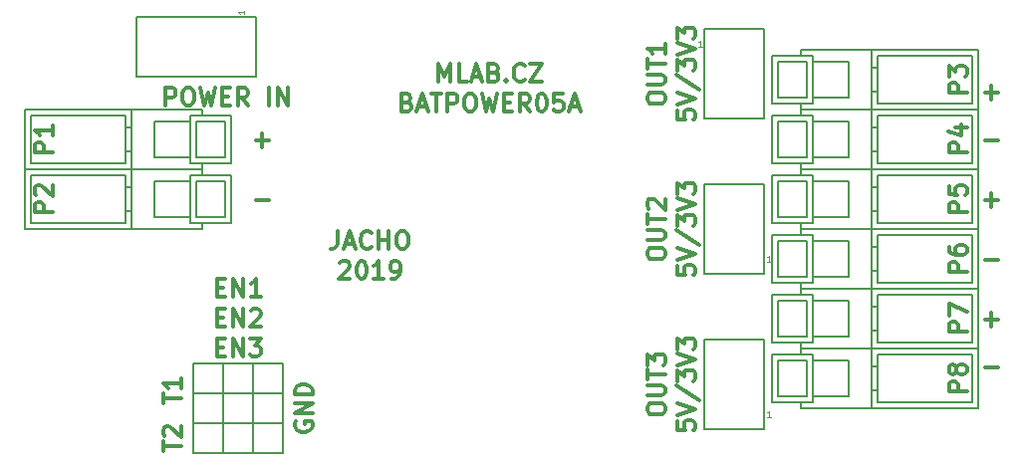
<source format=gbr>
G04 #@! TF.GenerationSoftware,KiCad,Pcbnew,(6.0.0-rc1-dev-205-gc0615c5ef)*
G04 #@! TF.CreationDate,2019-05-29T12:14:59+02:00*
G04 #@! TF.ProjectId,BATPOWER05A,424154504F5745523035412E6B696361,REV*
G04 #@! TF.SameCoordinates,Original*
G04 #@! TF.FileFunction,Legend,Top*
G04 #@! TF.FilePolarity,Positive*
%FSLAX46Y46*%
G04 Gerber Fmt 4.6, Leading zero omitted, Abs format (unit mm)*
G04 Created by KiCad (PCBNEW (6.0.0-rc1-dev-205-gc0615c5ef)) date 05/29/19 12:14:59*
%MOMM*%
%LPD*%
G01*
G04 APERTURE LIST*
%ADD10C,0.300000*%
%ADD11C,0.150000*%
%ADD12C,0.050000*%
%ADD13C,0.304800*%
G04 APERTURE END LIST*
D10*
X27400571Y17442571D02*
X27472000Y17514000D01*
X27614857Y17585428D01*
X27972000Y17585428D01*
X28114857Y17514000D01*
X28186285Y17442571D01*
X28257714Y17299714D01*
X28257714Y17156857D01*
X28186285Y16942571D01*
X27329142Y16085428D01*
X28257714Y16085428D01*
X29186285Y17585428D02*
X29329142Y17585428D01*
X29472000Y17514000D01*
X29543428Y17442571D01*
X29614857Y17299714D01*
X29686285Y17014000D01*
X29686285Y16656857D01*
X29614857Y16371142D01*
X29543428Y16228285D01*
X29472000Y16156857D01*
X29329142Y16085428D01*
X29186285Y16085428D01*
X29043428Y16156857D01*
X28972000Y16228285D01*
X28900571Y16371142D01*
X28829142Y16656857D01*
X28829142Y17014000D01*
X28900571Y17299714D01*
X28972000Y17442571D01*
X29043428Y17514000D01*
X29186285Y17585428D01*
X31114857Y16085428D02*
X30257714Y16085428D01*
X30686285Y16085428D02*
X30686285Y17585428D01*
X30543428Y17371142D01*
X30400571Y17228285D01*
X30257714Y17156857D01*
X31829142Y16085428D02*
X32114857Y16085428D01*
X32257714Y16156857D01*
X32329142Y16228285D01*
X32472000Y16442571D01*
X32543428Y16728285D01*
X32543428Y17299714D01*
X32472000Y17442571D01*
X32400571Y17514000D01*
X32257714Y17585428D01*
X31972000Y17585428D01*
X31829142Y17514000D01*
X31757714Y17442571D01*
X31686285Y17299714D01*
X31686285Y16942571D01*
X31757714Y16799714D01*
X31829142Y16728285D01*
X31972000Y16656857D01*
X32257714Y16656857D01*
X32400571Y16728285D01*
X32472000Y16799714D01*
X32543428Y16942571D01*
X27222000Y20125428D02*
X27222000Y19054000D01*
X27150571Y18839714D01*
X27007714Y18696857D01*
X26793428Y18625428D01*
X26650571Y18625428D01*
X27864857Y19054000D02*
X28579142Y19054000D01*
X27722000Y18625428D02*
X28222000Y20125428D01*
X28722000Y18625428D01*
X30079142Y18768285D02*
X30007714Y18696857D01*
X29793428Y18625428D01*
X29650571Y18625428D01*
X29436285Y18696857D01*
X29293428Y18839714D01*
X29222000Y18982571D01*
X29150571Y19268285D01*
X29150571Y19482571D01*
X29222000Y19768285D01*
X29293428Y19911142D01*
X29436285Y20054000D01*
X29650571Y20125428D01*
X29793428Y20125428D01*
X30007714Y20054000D01*
X30079142Y19982571D01*
X30722000Y18625428D02*
X30722000Y20125428D01*
X30722000Y19411142D02*
X31579142Y19411142D01*
X31579142Y18625428D02*
X31579142Y20125428D01*
X32579142Y20125428D02*
X32864857Y20125428D01*
X33007714Y20054000D01*
X33150571Y19911142D01*
X33222000Y19625428D01*
X33222000Y19125428D01*
X33150571Y18839714D01*
X33007714Y18696857D01*
X32864857Y18625428D01*
X32579142Y18625428D01*
X32436285Y18696857D01*
X32293428Y18839714D01*
X32222000Y19125428D01*
X32222000Y19625428D01*
X32293428Y19911142D01*
X32436285Y20054000D01*
X32579142Y20125428D01*
X33132000Y31095142D02*
X33346285Y31023714D01*
X33417714Y30952285D01*
X33489142Y30809428D01*
X33489142Y30595142D01*
X33417714Y30452285D01*
X33346285Y30380857D01*
X33203428Y30309428D01*
X32632000Y30309428D01*
X32632000Y31809428D01*
X33132000Y31809428D01*
X33274857Y31738000D01*
X33346285Y31666571D01*
X33417714Y31523714D01*
X33417714Y31380857D01*
X33346285Y31238000D01*
X33274857Y31166571D01*
X33132000Y31095142D01*
X32632000Y31095142D01*
X34060571Y30738000D02*
X34774857Y30738000D01*
X33917714Y30309428D02*
X34417714Y31809428D01*
X34917714Y30309428D01*
X35203428Y31809428D02*
X36060571Y31809428D01*
X35632000Y30309428D02*
X35632000Y31809428D01*
X36560571Y30309428D02*
X36560571Y31809428D01*
X37132000Y31809428D01*
X37274857Y31738000D01*
X37346285Y31666571D01*
X37417714Y31523714D01*
X37417714Y31309428D01*
X37346285Y31166571D01*
X37274857Y31095142D01*
X37132000Y31023714D01*
X36560571Y31023714D01*
X38346285Y31809428D02*
X38632000Y31809428D01*
X38774857Y31738000D01*
X38917714Y31595142D01*
X38989142Y31309428D01*
X38989142Y30809428D01*
X38917714Y30523714D01*
X38774857Y30380857D01*
X38632000Y30309428D01*
X38346285Y30309428D01*
X38203428Y30380857D01*
X38060571Y30523714D01*
X37989142Y30809428D01*
X37989142Y31309428D01*
X38060571Y31595142D01*
X38203428Y31738000D01*
X38346285Y31809428D01*
X39489142Y31809428D02*
X39846285Y30309428D01*
X40132000Y31380857D01*
X40417714Y30309428D01*
X40774857Y31809428D01*
X41346285Y31095142D02*
X41846285Y31095142D01*
X42060571Y30309428D02*
X41346285Y30309428D01*
X41346285Y31809428D01*
X42060571Y31809428D01*
X43560571Y30309428D02*
X43060571Y31023714D01*
X42703428Y30309428D02*
X42703428Y31809428D01*
X43274857Y31809428D01*
X43417714Y31738000D01*
X43489142Y31666571D01*
X43560571Y31523714D01*
X43560571Y31309428D01*
X43489142Y31166571D01*
X43417714Y31095142D01*
X43274857Y31023714D01*
X42703428Y31023714D01*
X44489142Y31809428D02*
X44632000Y31809428D01*
X44774857Y31738000D01*
X44846285Y31666571D01*
X44917714Y31523714D01*
X44989142Y31238000D01*
X44989142Y30880857D01*
X44917714Y30595142D01*
X44846285Y30452285D01*
X44774857Y30380857D01*
X44632000Y30309428D01*
X44489142Y30309428D01*
X44346285Y30380857D01*
X44274857Y30452285D01*
X44203428Y30595142D01*
X44132000Y30880857D01*
X44132000Y31238000D01*
X44203428Y31523714D01*
X44274857Y31666571D01*
X44346285Y31738000D01*
X44489142Y31809428D01*
X46346285Y31809428D02*
X45632000Y31809428D01*
X45560571Y31095142D01*
X45632000Y31166571D01*
X45774857Y31238000D01*
X46132000Y31238000D01*
X46274857Y31166571D01*
X46346285Y31095142D01*
X46417714Y30952285D01*
X46417714Y30595142D01*
X46346285Y30452285D01*
X46274857Y30380857D01*
X46132000Y30309428D01*
X45774857Y30309428D01*
X45632000Y30380857D01*
X45560571Y30452285D01*
X46989142Y30738000D02*
X47703428Y30738000D01*
X46846285Y30309428D02*
X47346285Y31809428D01*
X47846285Y30309428D01*
X35810571Y32849428D02*
X35810571Y34349428D01*
X36310571Y33278000D01*
X36810571Y34349428D01*
X36810571Y32849428D01*
X38239142Y32849428D02*
X37524857Y32849428D01*
X37524857Y34349428D01*
X38667714Y33278000D02*
X39382000Y33278000D01*
X38524857Y32849428D02*
X39024857Y34349428D01*
X39524857Y32849428D01*
X40524857Y33635142D02*
X40739142Y33563714D01*
X40810571Y33492285D01*
X40882000Y33349428D01*
X40882000Y33135142D01*
X40810571Y32992285D01*
X40739142Y32920857D01*
X40596285Y32849428D01*
X40024857Y32849428D01*
X40024857Y34349428D01*
X40524857Y34349428D01*
X40667714Y34278000D01*
X40739142Y34206571D01*
X40810571Y34063714D01*
X40810571Y33920857D01*
X40739142Y33778000D01*
X40667714Y33706571D01*
X40524857Y33635142D01*
X40024857Y33635142D01*
X41524857Y32992285D02*
X41596285Y32920857D01*
X41524857Y32849428D01*
X41453428Y32920857D01*
X41524857Y32992285D01*
X41524857Y32849428D01*
X43096285Y32992285D02*
X43024857Y32920857D01*
X42810571Y32849428D01*
X42667714Y32849428D01*
X42453428Y32920857D01*
X42310571Y33063714D01*
X42239142Y33206571D01*
X42167714Y33492285D01*
X42167714Y33706571D01*
X42239142Y33992285D01*
X42310571Y34135142D01*
X42453428Y34278000D01*
X42667714Y34349428D01*
X42810571Y34349428D01*
X43024857Y34278000D01*
X43096285Y34206571D01*
X43596285Y34349428D02*
X44596285Y34349428D01*
X43596285Y32849428D01*
X44596285Y32849428D01*
X82232571Y8528857D02*
X83375428Y8528857D01*
X82232571Y17672857D02*
X83375428Y17672857D01*
X82232571Y27832857D02*
X83375428Y27832857D01*
X82232571Y12592857D02*
X83375428Y12592857D01*
X82804000Y12021428D02*
X82804000Y13164285D01*
X82232571Y22752857D02*
X83375428Y22752857D01*
X82804000Y22181428D02*
X82804000Y23324285D01*
X82232571Y31896857D02*
X83375428Y31896857D01*
X82804000Y31325428D02*
X82804000Y32468285D01*
X56074571Y3969142D02*
X56074571Y3254857D01*
X56788857Y3183428D01*
X56717428Y3254857D01*
X56646000Y3397714D01*
X56646000Y3754857D01*
X56717428Y3897714D01*
X56788857Y3969142D01*
X56931714Y4040571D01*
X57288857Y4040571D01*
X57431714Y3969142D01*
X57503142Y3897714D01*
X57574571Y3754857D01*
X57574571Y3397714D01*
X57503142Y3254857D01*
X57431714Y3183428D01*
X56074571Y4469142D02*
X57574571Y4969142D01*
X56074571Y5469142D01*
X56003142Y7040571D02*
X57931714Y5754857D01*
X56074571Y7397714D02*
X56074571Y8326285D01*
X56646000Y7826285D01*
X56646000Y8040571D01*
X56717428Y8183428D01*
X56788857Y8254857D01*
X56931714Y8326285D01*
X57288857Y8326285D01*
X57431714Y8254857D01*
X57503142Y8183428D01*
X57574571Y8040571D01*
X57574571Y7612000D01*
X57503142Y7469142D01*
X57431714Y7397714D01*
X56074571Y8754857D02*
X57574571Y9254857D01*
X56074571Y9754857D01*
X56074571Y10112000D02*
X56074571Y11040571D01*
X56646000Y10540571D01*
X56646000Y10754857D01*
X56717428Y10897714D01*
X56788857Y10969142D01*
X56931714Y11040571D01*
X57288857Y11040571D01*
X57431714Y10969142D01*
X57503142Y10897714D01*
X57574571Y10754857D01*
X57574571Y10326285D01*
X57503142Y10183428D01*
X57431714Y10112000D01*
X56074571Y17177142D02*
X56074571Y16462857D01*
X56788857Y16391428D01*
X56717428Y16462857D01*
X56646000Y16605714D01*
X56646000Y16962857D01*
X56717428Y17105714D01*
X56788857Y17177142D01*
X56931714Y17248571D01*
X57288857Y17248571D01*
X57431714Y17177142D01*
X57503142Y17105714D01*
X57574571Y16962857D01*
X57574571Y16605714D01*
X57503142Y16462857D01*
X57431714Y16391428D01*
X56074571Y17677142D02*
X57574571Y18177142D01*
X56074571Y18677142D01*
X56003142Y20248571D02*
X57931714Y18962857D01*
X56074571Y20605714D02*
X56074571Y21534285D01*
X56646000Y21034285D01*
X56646000Y21248571D01*
X56717428Y21391428D01*
X56788857Y21462857D01*
X56931714Y21534285D01*
X57288857Y21534285D01*
X57431714Y21462857D01*
X57503142Y21391428D01*
X57574571Y21248571D01*
X57574571Y20820000D01*
X57503142Y20677142D01*
X57431714Y20605714D01*
X56074571Y21962857D02*
X57574571Y22462857D01*
X56074571Y22962857D01*
X56074571Y23320000D02*
X56074571Y24248571D01*
X56646000Y23748571D01*
X56646000Y23962857D01*
X56717428Y24105714D01*
X56788857Y24177142D01*
X56931714Y24248571D01*
X57288857Y24248571D01*
X57431714Y24177142D01*
X57503142Y24105714D01*
X57574571Y23962857D01*
X57574571Y23534285D01*
X57503142Y23391428D01*
X57431714Y23320000D01*
X16974571Y15347142D02*
X17474571Y15347142D01*
X17688857Y14561428D02*
X16974571Y14561428D01*
X16974571Y16061428D01*
X17688857Y16061428D01*
X18331714Y14561428D02*
X18331714Y16061428D01*
X19188857Y14561428D01*
X19188857Y16061428D01*
X20688857Y14561428D02*
X19831714Y14561428D01*
X20260285Y14561428D02*
X20260285Y16061428D01*
X20117428Y15847142D01*
X19974571Y15704285D01*
X19831714Y15632857D01*
X16974571Y10267142D02*
X17474571Y10267142D01*
X17688857Y9481428D02*
X16974571Y9481428D01*
X16974571Y10981428D01*
X17688857Y10981428D01*
X18331714Y9481428D02*
X18331714Y10981428D01*
X19188857Y9481428D01*
X19188857Y10981428D01*
X19760285Y10981428D02*
X20688857Y10981428D01*
X20188857Y10410000D01*
X20403142Y10410000D01*
X20546000Y10338571D01*
X20617428Y10267142D01*
X20688857Y10124285D01*
X20688857Y9767142D01*
X20617428Y9624285D01*
X20546000Y9552857D01*
X20403142Y9481428D01*
X19974571Y9481428D01*
X19831714Y9552857D01*
X19760285Y9624285D01*
X16974571Y12807142D02*
X17474571Y12807142D01*
X17688857Y12021428D02*
X16974571Y12021428D01*
X16974571Y13521428D01*
X17688857Y13521428D01*
X18331714Y12021428D02*
X18331714Y13521428D01*
X19188857Y12021428D01*
X19188857Y13521428D01*
X19831714Y13378571D02*
X19903142Y13450000D01*
X20046000Y13521428D01*
X20403142Y13521428D01*
X20546000Y13450000D01*
X20617428Y13378571D01*
X20688857Y13235714D01*
X20688857Y13092857D01*
X20617428Y12878571D01*
X19760285Y12021428D01*
X20688857Y12021428D01*
X56074571Y30385142D02*
X56074571Y29670857D01*
X56788857Y29599428D01*
X56717428Y29670857D01*
X56646000Y29813714D01*
X56646000Y30170857D01*
X56717428Y30313714D01*
X56788857Y30385142D01*
X56931714Y30456571D01*
X57288857Y30456571D01*
X57431714Y30385142D01*
X57503142Y30313714D01*
X57574571Y30170857D01*
X57574571Y29813714D01*
X57503142Y29670857D01*
X57431714Y29599428D01*
X56074571Y30885142D02*
X57574571Y31385142D01*
X56074571Y31885142D01*
X56003142Y33456571D02*
X57931714Y32170857D01*
X56074571Y33813714D02*
X56074571Y34742285D01*
X56646000Y34242285D01*
X56646000Y34456571D01*
X56717428Y34599428D01*
X56788857Y34670857D01*
X56931714Y34742285D01*
X57288857Y34742285D01*
X57431714Y34670857D01*
X57503142Y34599428D01*
X57574571Y34456571D01*
X57574571Y34028000D01*
X57503142Y33885142D01*
X57431714Y33813714D01*
X56074571Y35170857D02*
X57574571Y35670857D01*
X56074571Y36170857D01*
X56074571Y36528000D02*
X56074571Y37456571D01*
X56646000Y36956571D01*
X56646000Y37170857D01*
X56717428Y37313714D01*
X56788857Y37385142D01*
X56931714Y37456571D01*
X57288857Y37456571D01*
X57431714Y37385142D01*
X57503142Y37313714D01*
X57574571Y37170857D01*
X57574571Y36742285D01*
X57503142Y36599428D01*
X57431714Y36528000D01*
X53534571Y4897714D02*
X53534571Y5183428D01*
X53606000Y5326285D01*
X53748857Y5469142D01*
X54034571Y5540571D01*
X54534571Y5540571D01*
X54820285Y5469142D01*
X54963142Y5326285D01*
X55034571Y5183428D01*
X55034571Y4897714D01*
X54963142Y4754857D01*
X54820285Y4612000D01*
X54534571Y4540571D01*
X54034571Y4540571D01*
X53748857Y4612000D01*
X53606000Y4754857D01*
X53534571Y4897714D01*
X53534571Y6183428D02*
X54748857Y6183428D01*
X54891714Y6254857D01*
X54963142Y6326285D01*
X55034571Y6469142D01*
X55034571Y6754857D01*
X54963142Y6897714D01*
X54891714Y6969142D01*
X54748857Y7040571D01*
X53534571Y7040571D01*
X53534571Y7540571D02*
X53534571Y8397714D01*
X55034571Y7969142D02*
X53534571Y7969142D01*
X53534571Y8754857D02*
X53534571Y9683428D01*
X54106000Y9183428D01*
X54106000Y9397714D01*
X54177428Y9540571D01*
X54248857Y9612000D01*
X54391714Y9683428D01*
X54748857Y9683428D01*
X54891714Y9612000D01*
X54963142Y9540571D01*
X55034571Y9397714D01*
X55034571Y8969142D01*
X54963142Y8826285D01*
X54891714Y8754857D01*
X53534571Y18105714D02*
X53534571Y18391428D01*
X53606000Y18534285D01*
X53748857Y18677142D01*
X54034571Y18748571D01*
X54534571Y18748571D01*
X54820285Y18677142D01*
X54963142Y18534285D01*
X55034571Y18391428D01*
X55034571Y18105714D01*
X54963142Y17962857D01*
X54820285Y17820000D01*
X54534571Y17748571D01*
X54034571Y17748571D01*
X53748857Y17820000D01*
X53606000Y17962857D01*
X53534571Y18105714D01*
X53534571Y19391428D02*
X54748857Y19391428D01*
X54891714Y19462857D01*
X54963142Y19534285D01*
X55034571Y19677142D01*
X55034571Y19962857D01*
X54963142Y20105714D01*
X54891714Y20177142D01*
X54748857Y20248571D01*
X53534571Y20248571D01*
X53534571Y20748571D02*
X53534571Y21605714D01*
X55034571Y21177142D02*
X53534571Y21177142D01*
X53677428Y22034285D02*
X53606000Y22105714D01*
X53534571Y22248571D01*
X53534571Y22605714D01*
X53606000Y22748571D01*
X53677428Y22820000D01*
X53820285Y22891428D01*
X53963142Y22891428D01*
X54177428Y22820000D01*
X55034571Y21962857D01*
X55034571Y22891428D01*
X53534571Y31313714D02*
X53534571Y31599428D01*
X53606000Y31742285D01*
X53748857Y31885142D01*
X54034571Y31956571D01*
X54534571Y31956571D01*
X54820285Y31885142D01*
X54963142Y31742285D01*
X55034571Y31599428D01*
X55034571Y31313714D01*
X54963142Y31170857D01*
X54820285Y31028000D01*
X54534571Y30956571D01*
X54034571Y30956571D01*
X53748857Y31028000D01*
X53606000Y31170857D01*
X53534571Y31313714D01*
X53534571Y32599428D02*
X54748857Y32599428D01*
X54891714Y32670857D01*
X54963142Y32742285D01*
X55034571Y32885142D01*
X55034571Y33170857D01*
X54963142Y33313714D01*
X54891714Y33385142D01*
X54748857Y33456571D01*
X53534571Y33456571D01*
X53534571Y33956571D02*
X53534571Y34813714D01*
X55034571Y34385142D02*
X53534571Y34385142D01*
X55034571Y36099428D02*
X55034571Y35242285D01*
X55034571Y35670857D02*
X53534571Y35670857D01*
X53748857Y35528000D01*
X53891714Y35385142D01*
X53963142Y35242285D01*
X20256571Y22752857D02*
X21399428Y22752857D01*
X20256571Y27832857D02*
X21399428Y27832857D01*
X20828000Y27261428D02*
X20828000Y28404285D01*
X12601428Y30817428D02*
X12601428Y32317428D01*
X13172857Y32317428D01*
X13315714Y32246000D01*
X13387142Y32174571D01*
X13458571Y32031714D01*
X13458571Y31817428D01*
X13387142Y31674571D01*
X13315714Y31603142D01*
X13172857Y31531714D01*
X12601428Y31531714D01*
X14387142Y32317428D02*
X14672857Y32317428D01*
X14815714Y32246000D01*
X14958571Y32103142D01*
X15030000Y31817428D01*
X15030000Y31317428D01*
X14958571Y31031714D01*
X14815714Y30888857D01*
X14672857Y30817428D01*
X14387142Y30817428D01*
X14244285Y30888857D01*
X14101428Y31031714D01*
X14030000Y31317428D01*
X14030000Y31817428D01*
X14101428Y32103142D01*
X14244285Y32246000D01*
X14387142Y32317428D01*
X15530000Y32317428D02*
X15887142Y30817428D01*
X16172857Y31888857D01*
X16458571Y30817428D01*
X16815714Y32317428D01*
X17387142Y31603142D02*
X17887142Y31603142D01*
X18101428Y30817428D02*
X17387142Y30817428D01*
X17387142Y32317428D01*
X18101428Y32317428D01*
X19601428Y30817428D02*
X19101428Y31531714D01*
X18744285Y30817428D02*
X18744285Y32317428D01*
X19315714Y32317428D01*
X19458571Y32246000D01*
X19530000Y32174571D01*
X19601428Y32031714D01*
X19601428Y31817428D01*
X19530000Y31674571D01*
X19458571Y31603142D01*
X19315714Y31531714D01*
X18744285Y31531714D01*
X21387142Y30817428D02*
X21387142Y32317428D01*
X22101428Y30817428D02*
X22101428Y32317428D01*
X22958571Y30817428D01*
X22958571Y32317428D01*
X23634000Y3937142D02*
X23562571Y3794285D01*
X23562571Y3580000D01*
X23634000Y3365714D01*
X23776857Y3222857D01*
X23919714Y3151428D01*
X24205428Y3080000D01*
X24419714Y3080000D01*
X24705428Y3151428D01*
X24848285Y3222857D01*
X24991142Y3365714D01*
X25062571Y3580000D01*
X25062571Y3722857D01*
X24991142Y3937142D01*
X24919714Y4008571D01*
X24419714Y4008571D01*
X24419714Y3722857D01*
X25062571Y4651428D02*
X23562571Y4651428D01*
X25062571Y5508571D01*
X23562571Y5508571D01*
X25062571Y6222857D02*
X23562571Y6222857D01*
X23562571Y6580000D01*
X23634000Y6794285D01*
X23776857Y6937142D01*
X23919714Y7008571D01*
X24205428Y7080000D01*
X24419714Y7080000D01*
X24705428Y7008571D01*
X24848285Y6937142D01*
X24991142Y6794285D01*
X25062571Y6580000D01*
X25062571Y6222857D01*
X12386571Y1397142D02*
X12386571Y2254285D01*
X13886571Y1825714D02*
X12386571Y1825714D01*
X12529428Y2682857D02*
X12458000Y2754285D01*
X12386571Y2897142D01*
X12386571Y3254285D01*
X12458000Y3397142D01*
X12529428Y3468571D01*
X12672285Y3540000D01*
X12815142Y3540000D01*
X13029428Y3468571D01*
X13886571Y2611428D01*
X13886571Y3540000D01*
X12386571Y5461142D02*
X12386571Y6318285D01*
X13886571Y5889714D02*
X12386571Y5889714D01*
X13886571Y7604000D02*
X13886571Y6746857D01*
X13886571Y7175428D02*
X12386571Y7175428D01*
X12600857Y7032571D01*
X12743714Y6889714D01*
X12815142Y6746857D01*
D11*
G04 #@! TO.C,J1*
X20320000Y38354000D02*
X20320000Y33274000D01*
X20320000Y33274000D02*
X10160000Y33274000D01*
X10160000Y33274000D02*
X10160000Y38354000D01*
X10160000Y38354000D02*
X20320000Y38354000D01*
G04 #@! TO.C,J2*
X14986000Y8890000D02*
X17526000Y8890000D01*
X17526000Y8890000D02*
X17526000Y6350000D01*
X17526000Y6350000D02*
X14986000Y6350000D01*
X14986000Y6350000D02*
X14986000Y8890000D01*
G04 #@! TO.C,J3*
X14986000Y3810000D02*
X14986000Y6350000D01*
X17526000Y3810000D02*
X14986000Y3810000D01*
X17526000Y6350000D02*
X17526000Y3810000D01*
X14986000Y6350000D02*
X17526000Y6350000D01*
G04 #@! TO.C,J4*
X14986000Y3810000D02*
X17526000Y3810000D01*
X17526000Y3810000D02*
X17526000Y1270000D01*
X17526000Y1270000D02*
X14986000Y1270000D01*
X14986000Y1270000D02*
X14986000Y3810000D01*
G04 #@! TO.C,J5*
X17526000Y8890000D02*
X20066000Y8890000D01*
X20066000Y8890000D02*
X20066000Y6350000D01*
X20066000Y6350000D02*
X17526000Y6350000D01*
X17526000Y6350000D02*
X17526000Y8890000D01*
G04 #@! TO.C,J6*
X20066000Y6350000D02*
X20066000Y8890000D01*
X22606000Y6350000D02*
X20066000Y6350000D01*
X22606000Y8890000D02*
X22606000Y6350000D01*
X20066000Y8890000D02*
X22606000Y8890000D01*
G04 #@! TO.C,J7*
X17526000Y3810000D02*
X17526000Y6350000D01*
X20066000Y3810000D02*
X17526000Y3810000D01*
X20066000Y6350000D02*
X20066000Y3810000D01*
X17526000Y6350000D02*
X20066000Y6350000D01*
G04 #@! TO.C,J8*
X20066000Y6350000D02*
X22606000Y6350000D01*
X22606000Y6350000D02*
X22606000Y3810000D01*
X22606000Y3810000D02*
X20066000Y3810000D01*
X20066000Y3810000D02*
X20066000Y6350000D01*
G04 #@! TO.C,J9*
X17526000Y3810000D02*
X20066000Y3810000D01*
X20066000Y3810000D02*
X20066000Y1270000D01*
X20066000Y1270000D02*
X17526000Y1270000D01*
X17526000Y1270000D02*
X17526000Y3810000D01*
G04 #@! TO.C,J10*
X20066000Y1270000D02*
X20066000Y3810000D01*
X22606000Y1270000D02*
X20066000Y1270000D01*
X22606000Y3810000D02*
X22606000Y1270000D01*
X20066000Y3810000D02*
X22606000Y3810000D01*
G04 #@! TO.C,J11*
X58420000Y37338000D02*
X63500000Y37338000D01*
X63500000Y37338000D02*
X63500000Y29718000D01*
X63500000Y29718000D02*
X58420000Y29718000D01*
X58420000Y29718000D02*
X58420000Y37338000D01*
G04 #@! TO.C,J12*
X63500000Y16510000D02*
X58420000Y16510000D01*
X58420000Y16510000D02*
X58420000Y24130000D01*
X58420000Y24130000D02*
X63500000Y24130000D01*
X63500000Y24130000D02*
X63500000Y16510000D01*
G04 #@! TO.C,J13*
X63500000Y10922000D02*
X63500000Y3302000D01*
X58420000Y10922000D02*
X63500000Y10922000D01*
X58420000Y3302000D02*
X58420000Y10922000D01*
X63500000Y3302000D02*
X58420000Y3302000D01*
G04 #@! TO.C,P1*
X15668000Y25440000D02*
X15668000Y25940000D01*
X15668000Y29940000D02*
X15668000Y30440000D01*
X9668000Y25439900D02*
X9668000Y30440100D01*
X668000Y25439900D02*
X668000Y30440100D01*
X17668000Y26439000D02*
X17668000Y29441000D01*
X15168100Y26439000D02*
X15168100Y29441000D01*
X18168100Y29940000D02*
X18168100Y25940000D01*
X14668000Y29940000D02*
X14668000Y25940000D01*
X11668000Y26439900D02*
X11668000Y29440100D01*
X9167900Y29940000D02*
X9167900Y25940000D01*
X1167900Y25940000D02*
X1167900Y29940000D01*
X9167900Y26940000D02*
X9668000Y26940000D01*
X15168100Y26440000D02*
X17668000Y26440000D01*
X14668000Y25940000D02*
X18168100Y25940000D01*
X9167900Y28940000D02*
X9668000Y28940000D01*
X15168100Y29440000D02*
X17668000Y29440000D01*
X14668000Y29940000D02*
X18169000Y29940000D01*
X11668000Y26440000D02*
X14668000Y26440000D01*
X1167900Y25940000D02*
X9167900Y25940000D01*
X9668000Y25440000D02*
X15668000Y25440000D01*
X11668000Y29440000D02*
X14668000Y29440000D01*
X1167900Y29940000D02*
X9167900Y29940000D01*
X9668000Y30440000D02*
X15668000Y30440000D01*
X9668000Y25440000D02*
X668000Y25440000D01*
X668000Y30440000D02*
X9668000Y30440000D01*
G04 #@! TO.C,P2*
X668000Y25360000D02*
X9668000Y25360000D01*
X9668000Y20360000D02*
X668000Y20360000D01*
X9668000Y25360000D02*
X15668000Y25360000D01*
X1167900Y24860000D02*
X9167900Y24860000D01*
X11668000Y24360000D02*
X14668000Y24360000D01*
X9668000Y20360000D02*
X15668000Y20360000D01*
X1167900Y20860000D02*
X9167900Y20860000D01*
X11668000Y21360000D02*
X14668000Y21360000D01*
X14668000Y24860000D02*
X18169000Y24860000D01*
X15168100Y24360000D02*
X17668000Y24360000D01*
X9167900Y23860000D02*
X9668000Y23860000D01*
X14668000Y20860000D02*
X18168100Y20860000D01*
X15168100Y21360000D02*
X17668000Y21360000D01*
X9167900Y21860000D02*
X9668000Y21860000D01*
X1167900Y20860000D02*
X1167900Y24860000D01*
X9167900Y24860000D02*
X9167900Y20860000D01*
X11668000Y21359900D02*
X11668000Y24360100D01*
X14668000Y24860000D02*
X14668000Y20860000D01*
X18168100Y24860000D02*
X18168100Y20860000D01*
X15168100Y21359000D02*
X15168100Y24361000D01*
X17668000Y21359000D02*
X17668000Y24361000D01*
X668000Y20359900D02*
X668000Y25360100D01*
X9668000Y20359900D02*
X9668000Y25360100D01*
X15668000Y24860000D02*
X15668000Y25360000D01*
X15668000Y20360000D02*
X15668000Y20860000D01*
G04 #@! TO.C,P3*
X66628000Y35520000D02*
X66628000Y35020000D01*
X66628000Y31020000D02*
X66628000Y30520000D01*
X72628000Y35520100D02*
X72628000Y30519900D01*
X81628000Y35520100D02*
X81628000Y30519900D01*
X64628000Y34521000D02*
X64628000Y31519000D01*
X67127900Y34521000D02*
X67127900Y31519000D01*
X64127900Y31020000D02*
X64127900Y35020000D01*
X67628000Y31020000D02*
X67628000Y35020000D01*
X70628000Y34520100D02*
X70628000Y31519900D01*
X73128100Y31020000D02*
X73128100Y35020000D01*
X81128100Y35020000D02*
X81128100Y31020000D01*
X73128100Y34020000D02*
X72628000Y34020000D01*
X67127900Y34520000D02*
X64628000Y34520000D01*
X67628000Y35020000D02*
X64127900Y35020000D01*
X73128100Y32020000D02*
X72628000Y32020000D01*
X67127900Y31520000D02*
X64628000Y31520000D01*
X67628000Y31020000D02*
X64127000Y31020000D01*
X70628000Y34520000D02*
X67628000Y34520000D01*
X81128100Y35020000D02*
X73128100Y35020000D01*
X72628000Y35520000D02*
X66628000Y35520000D01*
X70628000Y31520000D02*
X67628000Y31520000D01*
X81128100Y31020000D02*
X73128100Y31020000D01*
X72628000Y30520000D02*
X66628000Y30520000D01*
X72628000Y35520000D02*
X81628000Y35520000D01*
X81628000Y30520000D02*
X72628000Y30520000D01*
G04 #@! TO.C,P4*
X81628000Y25440000D02*
X72628000Y25440000D01*
X72628000Y30440000D02*
X81628000Y30440000D01*
X72628000Y25440000D02*
X66628000Y25440000D01*
X81128100Y25940000D02*
X73128100Y25940000D01*
X70628000Y26440000D02*
X67628000Y26440000D01*
X72628000Y30440000D02*
X66628000Y30440000D01*
X81128100Y29940000D02*
X73128100Y29940000D01*
X70628000Y29440000D02*
X67628000Y29440000D01*
X67628000Y25940000D02*
X64127000Y25940000D01*
X67127900Y26440000D02*
X64628000Y26440000D01*
X73128100Y26940000D02*
X72628000Y26940000D01*
X67628000Y29940000D02*
X64127900Y29940000D01*
X67127900Y29440000D02*
X64628000Y29440000D01*
X73128100Y28940000D02*
X72628000Y28940000D01*
X81128100Y29940000D02*
X81128100Y25940000D01*
X73128100Y25940000D02*
X73128100Y29940000D01*
X70628000Y29440100D02*
X70628000Y26439900D01*
X67628000Y25940000D02*
X67628000Y29940000D01*
X64127900Y25940000D02*
X64127900Y29940000D01*
X67127900Y29441000D02*
X67127900Y26439000D01*
X64628000Y29441000D02*
X64628000Y26439000D01*
X81628000Y30440100D02*
X81628000Y25439900D01*
X72628000Y30440100D02*
X72628000Y25439900D01*
X66628000Y25940000D02*
X66628000Y25440000D01*
X66628000Y30440000D02*
X66628000Y29940000D01*
G04 #@! TO.C,P5*
X66628000Y25360000D02*
X66628000Y24860000D01*
X66628000Y20860000D02*
X66628000Y20360000D01*
X72628000Y25360100D02*
X72628000Y20359900D01*
X81628000Y25360100D02*
X81628000Y20359900D01*
X64628000Y24361000D02*
X64628000Y21359000D01*
X67127900Y24361000D02*
X67127900Y21359000D01*
X64127900Y20860000D02*
X64127900Y24860000D01*
X67628000Y20860000D02*
X67628000Y24860000D01*
X70628000Y24360100D02*
X70628000Y21359900D01*
X73128100Y20860000D02*
X73128100Y24860000D01*
X81128100Y24860000D02*
X81128100Y20860000D01*
X73128100Y23860000D02*
X72628000Y23860000D01*
X67127900Y24360000D02*
X64628000Y24360000D01*
X67628000Y24860000D02*
X64127900Y24860000D01*
X73128100Y21860000D02*
X72628000Y21860000D01*
X67127900Y21360000D02*
X64628000Y21360000D01*
X67628000Y20860000D02*
X64127000Y20860000D01*
X70628000Y24360000D02*
X67628000Y24360000D01*
X81128100Y24860000D02*
X73128100Y24860000D01*
X72628000Y25360000D02*
X66628000Y25360000D01*
X70628000Y21360000D02*
X67628000Y21360000D01*
X81128100Y20860000D02*
X73128100Y20860000D01*
X72628000Y20360000D02*
X66628000Y20360000D01*
X72628000Y25360000D02*
X81628000Y25360000D01*
X81628000Y20360000D02*
X72628000Y20360000D01*
G04 #@! TO.C,P6*
X81628000Y15280000D02*
X72628000Y15280000D01*
X72628000Y20280000D02*
X81628000Y20280000D01*
X72628000Y15280000D02*
X66628000Y15280000D01*
X81128100Y15780000D02*
X73128100Y15780000D01*
X70628000Y16280000D02*
X67628000Y16280000D01*
X72628000Y20280000D02*
X66628000Y20280000D01*
X81128100Y19780000D02*
X73128100Y19780000D01*
X70628000Y19280000D02*
X67628000Y19280000D01*
X67628000Y15780000D02*
X64127000Y15780000D01*
X67127900Y16280000D02*
X64628000Y16280000D01*
X73128100Y16780000D02*
X72628000Y16780000D01*
X67628000Y19780000D02*
X64127900Y19780000D01*
X67127900Y19280000D02*
X64628000Y19280000D01*
X73128100Y18780000D02*
X72628000Y18780000D01*
X81128100Y19780000D02*
X81128100Y15780000D01*
X73128100Y15780000D02*
X73128100Y19780000D01*
X70628000Y19280100D02*
X70628000Y16279900D01*
X67628000Y15780000D02*
X67628000Y19780000D01*
X64127900Y15780000D02*
X64127900Y19780000D01*
X67127900Y19281000D02*
X67127900Y16279000D01*
X64628000Y19281000D02*
X64628000Y16279000D01*
X81628000Y20280100D02*
X81628000Y15279900D01*
X72628000Y20280100D02*
X72628000Y15279900D01*
X66628000Y15780000D02*
X66628000Y15280000D01*
X66628000Y20280000D02*
X66628000Y19780000D01*
G04 #@! TO.C,P7*
X66628000Y15200000D02*
X66628000Y14700000D01*
X66628000Y10700000D02*
X66628000Y10200000D01*
X72628000Y15200100D02*
X72628000Y10199900D01*
X81628000Y15200100D02*
X81628000Y10199900D01*
X64628000Y14201000D02*
X64628000Y11199000D01*
X67127900Y14201000D02*
X67127900Y11199000D01*
X64127900Y10700000D02*
X64127900Y14700000D01*
X67628000Y10700000D02*
X67628000Y14700000D01*
X70628000Y14200100D02*
X70628000Y11199900D01*
X73128100Y10700000D02*
X73128100Y14700000D01*
X81128100Y14700000D02*
X81128100Y10700000D01*
X73128100Y13700000D02*
X72628000Y13700000D01*
X67127900Y14200000D02*
X64628000Y14200000D01*
X67628000Y14700000D02*
X64127900Y14700000D01*
X73128100Y11700000D02*
X72628000Y11700000D01*
X67127900Y11200000D02*
X64628000Y11200000D01*
X67628000Y10700000D02*
X64127000Y10700000D01*
X70628000Y14200000D02*
X67628000Y14200000D01*
X81128100Y14700000D02*
X73128100Y14700000D01*
X72628000Y15200000D02*
X66628000Y15200000D01*
X70628000Y11200000D02*
X67628000Y11200000D01*
X81128100Y10700000D02*
X73128100Y10700000D01*
X72628000Y10200000D02*
X66628000Y10200000D01*
X72628000Y15200000D02*
X81628000Y15200000D01*
X81628000Y10200000D02*
X72628000Y10200000D01*
G04 #@! TO.C,P8*
X81628000Y5120000D02*
X72628000Y5120000D01*
X72628000Y10120000D02*
X81628000Y10120000D01*
X72628000Y5120000D02*
X66628000Y5120000D01*
X81128100Y5620000D02*
X73128100Y5620000D01*
X70628000Y6120000D02*
X67628000Y6120000D01*
X72628000Y10120000D02*
X66628000Y10120000D01*
X81128100Y9620000D02*
X73128100Y9620000D01*
X70628000Y9120000D02*
X67628000Y9120000D01*
X67628000Y5620000D02*
X64127000Y5620000D01*
X67127900Y6120000D02*
X64628000Y6120000D01*
X73128100Y6620000D02*
X72628000Y6620000D01*
X67628000Y9620000D02*
X64127900Y9620000D01*
X67127900Y9120000D02*
X64628000Y9120000D01*
X73128100Y8620000D02*
X72628000Y8620000D01*
X81128100Y9620000D02*
X81128100Y5620000D01*
X73128100Y5620000D02*
X73128100Y9620000D01*
X70628000Y9120100D02*
X70628000Y6119900D01*
X67628000Y5620000D02*
X67628000Y9620000D01*
X64127900Y5620000D02*
X64127900Y9620000D01*
X67127900Y9121000D02*
X67127900Y6119000D01*
X64628000Y9121000D02*
X64628000Y6119000D01*
X81628000Y10120100D02*
X81628000Y5119900D01*
X72628000Y10120100D02*
X72628000Y5119900D01*
X66628000Y5620000D02*
X66628000Y5120000D01*
X66628000Y10120000D02*
X66628000Y9620000D01*
G04 #@! TO.C,J1*
D12*
X19276190Y38877857D02*
X19276190Y38592142D01*
X19276190Y38735000D02*
X18776190Y38735000D01*
X18847619Y38687380D01*
X18895238Y38639761D01*
X18919047Y38592142D01*
G04 #@! TO.C,J11*
X58181857Y35841809D02*
X57896142Y35841809D01*
X58039000Y35841809D02*
X58039000Y36341809D01*
X57991380Y36270380D01*
X57943761Y36222761D01*
X57896142Y36198952D01*
G04 #@! TO.C,J12*
X64023857Y17553809D02*
X63738142Y17553809D01*
X63881000Y17553809D02*
X63881000Y18053809D01*
X63833380Y17982380D01*
X63785761Y17934761D01*
X63738142Y17910952D01*
G04 #@! TO.C,J13*
X64023857Y4345809D02*
X63738142Y4345809D01*
X63881000Y4345809D02*
X63881000Y4845809D01*
X63833380Y4774380D01*
X63785761Y4726761D01*
X63738142Y4702952D01*
G04 #@! TO.C,P1*
D13*
X2975428Y26815142D02*
X1451428Y26815142D01*
X1451428Y27395714D01*
X1524000Y27540857D01*
X1596571Y27613428D01*
X1741714Y27686000D01*
X1959428Y27686000D01*
X2104571Y27613428D01*
X2177142Y27540857D01*
X2249714Y27395714D01*
X2249714Y26815142D01*
X2975428Y29137428D02*
X2975428Y28266571D01*
X2975428Y28702000D02*
X1451428Y28702000D01*
X1669142Y28556857D01*
X1814285Y28411714D01*
X1886857Y28266571D01*
G04 #@! TO.C,P2*
X2975428Y21735142D02*
X1451428Y21735142D01*
X1451428Y22315714D01*
X1524000Y22460857D01*
X1596571Y22533428D01*
X1741714Y22606000D01*
X1959428Y22606000D01*
X2104571Y22533428D01*
X2177142Y22460857D01*
X2249714Y22315714D01*
X2249714Y21735142D01*
X1596571Y23186571D02*
X1524000Y23259142D01*
X1451428Y23404285D01*
X1451428Y23767142D01*
X1524000Y23912285D01*
X1596571Y23984857D01*
X1741714Y24057428D01*
X1886857Y24057428D01*
X2104571Y23984857D01*
X2975428Y23114000D01*
X2975428Y24057428D01*
G04 #@! TO.C,P3*
X80699428Y31895142D02*
X79175428Y31895142D01*
X79175428Y32475714D01*
X79248000Y32620857D01*
X79320571Y32693428D01*
X79465714Y32766000D01*
X79683428Y32766000D01*
X79828571Y32693428D01*
X79901142Y32620857D01*
X79973714Y32475714D01*
X79973714Y31895142D01*
X79175428Y33274000D02*
X79175428Y34217428D01*
X79756000Y33709428D01*
X79756000Y33927142D01*
X79828571Y34072285D01*
X79901142Y34144857D01*
X80046285Y34217428D01*
X80409142Y34217428D01*
X80554285Y34144857D01*
X80626857Y34072285D01*
X80699428Y33927142D01*
X80699428Y33491714D01*
X80626857Y33346571D01*
X80554285Y33274000D01*
G04 #@! TO.C,P4*
X80699428Y26815142D02*
X79175428Y26815142D01*
X79175428Y27395714D01*
X79248000Y27540857D01*
X79320571Y27613428D01*
X79465714Y27686000D01*
X79683428Y27686000D01*
X79828571Y27613428D01*
X79901142Y27540857D01*
X79973714Y27395714D01*
X79973714Y26815142D01*
X79683428Y28992285D02*
X80699428Y28992285D01*
X79102857Y28629428D02*
X80191428Y28266571D01*
X80191428Y29210000D01*
G04 #@! TO.C,P5*
X80699428Y21735142D02*
X79175428Y21735142D01*
X79175428Y22315714D01*
X79248000Y22460857D01*
X79320571Y22533428D01*
X79465714Y22606000D01*
X79683428Y22606000D01*
X79828571Y22533428D01*
X79901142Y22460857D01*
X79973714Y22315714D01*
X79973714Y21735142D01*
X79175428Y23984857D02*
X79175428Y23259142D01*
X79901142Y23186571D01*
X79828571Y23259142D01*
X79756000Y23404285D01*
X79756000Y23767142D01*
X79828571Y23912285D01*
X79901142Y23984857D01*
X80046285Y24057428D01*
X80409142Y24057428D01*
X80554285Y23984857D01*
X80626857Y23912285D01*
X80699428Y23767142D01*
X80699428Y23404285D01*
X80626857Y23259142D01*
X80554285Y23186571D01*
G04 #@! TO.C,P6*
X80699428Y16655142D02*
X79175428Y16655142D01*
X79175428Y17235714D01*
X79248000Y17380857D01*
X79320571Y17453428D01*
X79465714Y17526000D01*
X79683428Y17526000D01*
X79828571Y17453428D01*
X79901142Y17380857D01*
X79973714Y17235714D01*
X79973714Y16655142D01*
X79175428Y18832285D02*
X79175428Y18542000D01*
X79248000Y18396857D01*
X79320571Y18324285D01*
X79538285Y18179142D01*
X79828571Y18106571D01*
X80409142Y18106571D01*
X80554285Y18179142D01*
X80626857Y18251714D01*
X80699428Y18396857D01*
X80699428Y18687142D01*
X80626857Y18832285D01*
X80554285Y18904857D01*
X80409142Y18977428D01*
X80046285Y18977428D01*
X79901142Y18904857D01*
X79828571Y18832285D01*
X79756000Y18687142D01*
X79756000Y18396857D01*
X79828571Y18251714D01*
X79901142Y18179142D01*
X80046285Y18106571D01*
G04 #@! TO.C,P7*
X80699428Y11575142D02*
X79175428Y11575142D01*
X79175428Y12155714D01*
X79248000Y12300857D01*
X79320571Y12373428D01*
X79465714Y12446000D01*
X79683428Y12446000D01*
X79828571Y12373428D01*
X79901142Y12300857D01*
X79973714Y12155714D01*
X79973714Y11575142D01*
X79175428Y12954000D02*
X79175428Y13970000D01*
X80699428Y13316857D01*
G04 #@! TO.C,P8*
X80699428Y6495142D02*
X79175428Y6495142D01*
X79175428Y7075714D01*
X79248000Y7220857D01*
X79320571Y7293428D01*
X79465714Y7366000D01*
X79683428Y7366000D01*
X79828571Y7293428D01*
X79901142Y7220857D01*
X79973714Y7075714D01*
X79973714Y6495142D01*
X79828571Y8236857D02*
X79756000Y8091714D01*
X79683428Y8019142D01*
X79538285Y7946571D01*
X79465714Y7946571D01*
X79320571Y8019142D01*
X79248000Y8091714D01*
X79175428Y8236857D01*
X79175428Y8527142D01*
X79248000Y8672285D01*
X79320571Y8744857D01*
X79465714Y8817428D01*
X79538285Y8817428D01*
X79683428Y8744857D01*
X79756000Y8672285D01*
X79828571Y8527142D01*
X79828571Y8236857D01*
X79901142Y8091714D01*
X79973714Y8019142D01*
X80118857Y7946571D01*
X80409142Y7946571D01*
X80554285Y8019142D01*
X80626857Y8091714D01*
X80699428Y8236857D01*
X80699428Y8527142D01*
X80626857Y8672285D01*
X80554285Y8744857D01*
X80409142Y8817428D01*
X80118857Y8817428D01*
X79973714Y8744857D01*
X79901142Y8672285D01*
X79828571Y8527142D01*
G04 #@! TD*
M02*

</source>
